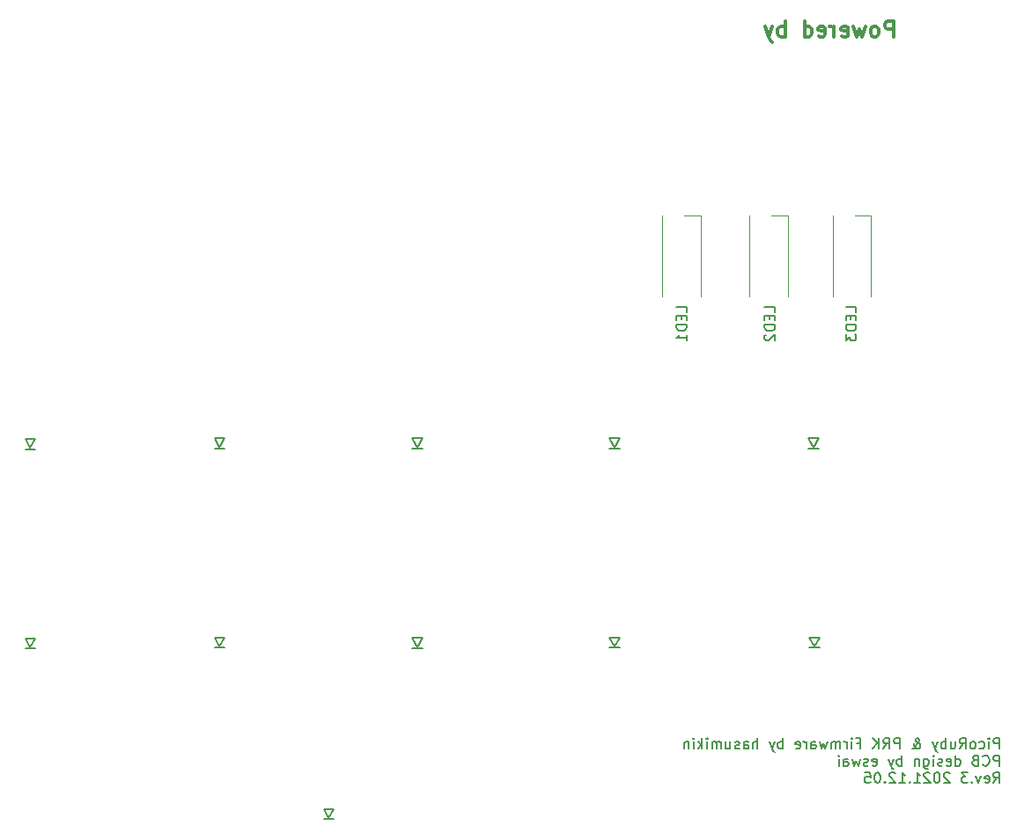
<source format=gbr>
%TF.GenerationSoftware,KiCad,Pcbnew,(5.1.12-1-10_14)*%
%TF.CreationDate,2021-12-05T15:19:09+09:00*%
%TF.ProjectId,PicoRubyMacroPad,5069636f-5275-4627-994d-6163726f5061,rev?*%
%TF.SameCoordinates,Original*%
%TF.FileFunction,Legend,Bot*%
%TF.FilePolarity,Positive*%
%FSLAX46Y46*%
G04 Gerber Fmt 4.6, Leading zero omitted, Abs format (unit mm)*
G04 Created by KiCad (PCBNEW (5.1.12-1-10_14)) date 2021-12-05 15:19:09*
%MOMM*%
%LPD*%
G01*
G04 APERTURE LIST*
%ADD10C,0.300000*%
%ADD11C,0.150000*%
%ADD12C,0.120000*%
G04 APERTURE END LIST*
D10*
X160207142Y-46878571D02*
X160207142Y-45378571D01*
X159635714Y-45378571D01*
X159492857Y-45450000D01*
X159421428Y-45521428D01*
X159350000Y-45664285D01*
X159350000Y-45878571D01*
X159421428Y-46021428D01*
X159492857Y-46092857D01*
X159635714Y-46164285D01*
X160207142Y-46164285D01*
X158492857Y-46878571D02*
X158635714Y-46807142D01*
X158707142Y-46735714D01*
X158778571Y-46592857D01*
X158778571Y-46164285D01*
X158707142Y-46021428D01*
X158635714Y-45950000D01*
X158492857Y-45878571D01*
X158278571Y-45878571D01*
X158135714Y-45950000D01*
X158064285Y-46021428D01*
X157992857Y-46164285D01*
X157992857Y-46592857D01*
X158064285Y-46735714D01*
X158135714Y-46807142D01*
X158278571Y-46878571D01*
X158492857Y-46878571D01*
X157492857Y-45878571D02*
X157207142Y-46878571D01*
X156921428Y-46164285D01*
X156635714Y-46878571D01*
X156350000Y-45878571D01*
X155207142Y-46807142D02*
X155350000Y-46878571D01*
X155635714Y-46878571D01*
X155778571Y-46807142D01*
X155850000Y-46664285D01*
X155850000Y-46092857D01*
X155778571Y-45950000D01*
X155635714Y-45878571D01*
X155350000Y-45878571D01*
X155207142Y-45950000D01*
X155135714Y-46092857D01*
X155135714Y-46235714D01*
X155850000Y-46378571D01*
X154492857Y-46878571D02*
X154492857Y-45878571D01*
X154492857Y-46164285D02*
X154421428Y-46021428D01*
X154350000Y-45950000D01*
X154207142Y-45878571D01*
X154064285Y-45878571D01*
X152992857Y-46807142D02*
X153135714Y-46878571D01*
X153421428Y-46878571D01*
X153564285Y-46807142D01*
X153635714Y-46664285D01*
X153635714Y-46092857D01*
X153564285Y-45950000D01*
X153421428Y-45878571D01*
X153135714Y-45878571D01*
X152992857Y-45950000D01*
X152921428Y-46092857D01*
X152921428Y-46235714D01*
X153635714Y-46378571D01*
X151635714Y-46878571D02*
X151635714Y-45378571D01*
X151635714Y-46807142D02*
X151778571Y-46878571D01*
X152064285Y-46878571D01*
X152207142Y-46807142D01*
X152278571Y-46735714D01*
X152350000Y-46592857D01*
X152350000Y-46164285D01*
X152278571Y-46021428D01*
X152207142Y-45950000D01*
X152064285Y-45878571D01*
X151778571Y-45878571D01*
X151635714Y-45950000D01*
X149778571Y-46878571D02*
X149778571Y-45378571D01*
X149778571Y-45950000D02*
X149635714Y-45878571D01*
X149350000Y-45878571D01*
X149207142Y-45950000D01*
X149135714Y-46021428D01*
X149064285Y-46164285D01*
X149064285Y-46592857D01*
X149135714Y-46735714D01*
X149207142Y-46807142D01*
X149350000Y-46878571D01*
X149635714Y-46878571D01*
X149778571Y-46807142D01*
X148564285Y-45878571D02*
X148207142Y-46878571D01*
X147850000Y-45878571D02*
X148207142Y-46878571D01*
X148350000Y-47235714D01*
X148421428Y-47307142D01*
X148564285Y-47378571D01*
D11*
X170364404Y-115402380D02*
X170364404Y-114402380D01*
X169983452Y-114402380D01*
X169888214Y-114450000D01*
X169840595Y-114497619D01*
X169792976Y-114592857D01*
X169792976Y-114735714D01*
X169840595Y-114830952D01*
X169888214Y-114878571D01*
X169983452Y-114926190D01*
X170364404Y-114926190D01*
X169364404Y-115402380D02*
X169364404Y-114735714D01*
X169364404Y-114402380D02*
X169412023Y-114450000D01*
X169364404Y-114497619D01*
X169316785Y-114450000D01*
X169364404Y-114402380D01*
X169364404Y-114497619D01*
X168459642Y-115354761D02*
X168554880Y-115402380D01*
X168745357Y-115402380D01*
X168840595Y-115354761D01*
X168888214Y-115307142D01*
X168935833Y-115211904D01*
X168935833Y-114926190D01*
X168888214Y-114830952D01*
X168840595Y-114783333D01*
X168745357Y-114735714D01*
X168554880Y-114735714D01*
X168459642Y-114783333D01*
X167888214Y-115402380D02*
X167983452Y-115354761D01*
X168031071Y-115307142D01*
X168078690Y-115211904D01*
X168078690Y-114926190D01*
X168031071Y-114830952D01*
X167983452Y-114783333D01*
X167888214Y-114735714D01*
X167745357Y-114735714D01*
X167650119Y-114783333D01*
X167602500Y-114830952D01*
X167554880Y-114926190D01*
X167554880Y-115211904D01*
X167602500Y-115307142D01*
X167650119Y-115354761D01*
X167745357Y-115402380D01*
X167888214Y-115402380D01*
X166554880Y-115402380D02*
X166888214Y-114926190D01*
X167126309Y-115402380D02*
X167126309Y-114402380D01*
X166745357Y-114402380D01*
X166650119Y-114450000D01*
X166602500Y-114497619D01*
X166554880Y-114592857D01*
X166554880Y-114735714D01*
X166602500Y-114830952D01*
X166650119Y-114878571D01*
X166745357Y-114926190D01*
X167126309Y-114926190D01*
X165697738Y-114735714D02*
X165697738Y-115402380D01*
X166126309Y-114735714D02*
X166126309Y-115259523D01*
X166078690Y-115354761D01*
X165983452Y-115402380D01*
X165840595Y-115402380D01*
X165745357Y-115354761D01*
X165697738Y-115307142D01*
X165221547Y-115402380D02*
X165221547Y-114402380D01*
X165221547Y-114783333D02*
X165126309Y-114735714D01*
X164935833Y-114735714D01*
X164840595Y-114783333D01*
X164792976Y-114830952D01*
X164745357Y-114926190D01*
X164745357Y-115211904D01*
X164792976Y-115307142D01*
X164840595Y-115354761D01*
X164935833Y-115402380D01*
X165126309Y-115402380D01*
X165221547Y-115354761D01*
X164412023Y-114735714D02*
X164173928Y-115402380D01*
X163935833Y-114735714D02*
X164173928Y-115402380D01*
X164269166Y-115640476D01*
X164316785Y-115688095D01*
X164412023Y-115735714D01*
X161983452Y-115402380D02*
X162031071Y-115402380D01*
X162126309Y-115354761D01*
X162269166Y-115211904D01*
X162507261Y-114926190D01*
X162602500Y-114783333D01*
X162650119Y-114640476D01*
X162650119Y-114545238D01*
X162602500Y-114450000D01*
X162507261Y-114402380D01*
X162459642Y-114402380D01*
X162364404Y-114450000D01*
X162316785Y-114545238D01*
X162316785Y-114592857D01*
X162364404Y-114688095D01*
X162412023Y-114735714D01*
X162697738Y-114926190D01*
X162745357Y-114973809D01*
X162792976Y-115069047D01*
X162792976Y-115211904D01*
X162745357Y-115307142D01*
X162697738Y-115354761D01*
X162602500Y-115402380D01*
X162459642Y-115402380D01*
X162364404Y-115354761D01*
X162316785Y-115307142D01*
X162173928Y-115116666D01*
X162126309Y-114973809D01*
X162126309Y-114878571D01*
X160792976Y-115402380D02*
X160792976Y-114402380D01*
X160412023Y-114402380D01*
X160316785Y-114450000D01*
X160269166Y-114497619D01*
X160221547Y-114592857D01*
X160221547Y-114735714D01*
X160269166Y-114830952D01*
X160316785Y-114878571D01*
X160412023Y-114926190D01*
X160792976Y-114926190D01*
X159221547Y-115402380D02*
X159554880Y-114926190D01*
X159792976Y-115402380D02*
X159792976Y-114402380D01*
X159412023Y-114402380D01*
X159316785Y-114450000D01*
X159269166Y-114497619D01*
X159221547Y-114592857D01*
X159221547Y-114735714D01*
X159269166Y-114830952D01*
X159316785Y-114878571D01*
X159412023Y-114926190D01*
X159792976Y-114926190D01*
X158792976Y-115402380D02*
X158792976Y-114402380D01*
X158221547Y-115402380D02*
X158650119Y-114830952D01*
X158221547Y-114402380D02*
X158792976Y-114973809D01*
X156697738Y-114878571D02*
X157031071Y-114878571D01*
X157031071Y-115402380D02*
X157031071Y-114402380D01*
X156554880Y-114402380D01*
X156173928Y-115402380D02*
X156173928Y-114735714D01*
X156173928Y-114402380D02*
X156221547Y-114450000D01*
X156173928Y-114497619D01*
X156126309Y-114450000D01*
X156173928Y-114402380D01*
X156173928Y-114497619D01*
X155697738Y-115402380D02*
X155697738Y-114735714D01*
X155697738Y-114926190D02*
X155650119Y-114830952D01*
X155602500Y-114783333D01*
X155507261Y-114735714D01*
X155412023Y-114735714D01*
X155078690Y-115402380D02*
X155078690Y-114735714D01*
X155078690Y-114830952D02*
X155031071Y-114783333D01*
X154935833Y-114735714D01*
X154792976Y-114735714D01*
X154697738Y-114783333D01*
X154650119Y-114878571D01*
X154650119Y-115402380D01*
X154650119Y-114878571D02*
X154602500Y-114783333D01*
X154507261Y-114735714D01*
X154364404Y-114735714D01*
X154269166Y-114783333D01*
X154221547Y-114878571D01*
X154221547Y-115402380D01*
X153840595Y-114735714D02*
X153650119Y-115402380D01*
X153459642Y-114926190D01*
X153269166Y-115402380D01*
X153078690Y-114735714D01*
X152269166Y-115402380D02*
X152269166Y-114878571D01*
X152316785Y-114783333D01*
X152412023Y-114735714D01*
X152602500Y-114735714D01*
X152697738Y-114783333D01*
X152269166Y-115354761D02*
X152364404Y-115402380D01*
X152602500Y-115402380D01*
X152697738Y-115354761D01*
X152745357Y-115259523D01*
X152745357Y-115164285D01*
X152697738Y-115069047D01*
X152602500Y-115021428D01*
X152364404Y-115021428D01*
X152269166Y-114973809D01*
X151792976Y-115402380D02*
X151792976Y-114735714D01*
X151792976Y-114926190D02*
X151745357Y-114830952D01*
X151697738Y-114783333D01*
X151602500Y-114735714D01*
X151507261Y-114735714D01*
X150792976Y-115354761D02*
X150888214Y-115402380D01*
X151078690Y-115402380D01*
X151173928Y-115354761D01*
X151221547Y-115259523D01*
X151221547Y-114878571D01*
X151173928Y-114783333D01*
X151078690Y-114735714D01*
X150888214Y-114735714D01*
X150792976Y-114783333D01*
X150745357Y-114878571D01*
X150745357Y-114973809D01*
X151221547Y-115069047D01*
X149554880Y-115402380D02*
X149554880Y-114402380D01*
X149554880Y-114783333D02*
X149459642Y-114735714D01*
X149269166Y-114735714D01*
X149173928Y-114783333D01*
X149126309Y-114830952D01*
X149078690Y-114926190D01*
X149078690Y-115211904D01*
X149126309Y-115307142D01*
X149173928Y-115354761D01*
X149269166Y-115402380D01*
X149459642Y-115402380D01*
X149554880Y-115354761D01*
X148745357Y-114735714D02*
X148507261Y-115402380D01*
X148269166Y-114735714D02*
X148507261Y-115402380D01*
X148602500Y-115640476D01*
X148650119Y-115688095D01*
X148745357Y-115735714D01*
X147126309Y-115402380D02*
X147126309Y-114402380D01*
X146697738Y-115402380D02*
X146697738Y-114878571D01*
X146745357Y-114783333D01*
X146840595Y-114735714D01*
X146983452Y-114735714D01*
X147078690Y-114783333D01*
X147126309Y-114830952D01*
X145792976Y-115402380D02*
X145792976Y-114878571D01*
X145840595Y-114783333D01*
X145935833Y-114735714D01*
X146126309Y-114735714D01*
X146221547Y-114783333D01*
X145792976Y-115354761D02*
X145888214Y-115402380D01*
X146126309Y-115402380D01*
X146221547Y-115354761D01*
X146269166Y-115259523D01*
X146269166Y-115164285D01*
X146221547Y-115069047D01*
X146126309Y-115021428D01*
X145888214Y-115021428D01*
X145792976Y-114973809D01*
X145364404Y-115354761D02*
X145269166Y-115402380D01*
X145078690Y-115402380D01*
X144983452Y-115354761D01*
X144935833Y-115259523D01*
X144935833Y-115211904D01*
X144983452Y-115116666D01*
X145078690Y-115069047D01*
X145221547Y-115069047D01*
X145316785Y-115021428D01*
X145364404Y-114926190D01*
X145364404Y-114878571D01*
X145316785Y-114783333D01*
X145221547Y-114735714D01*
X145078690Y-114735714D01*
X144983452Y-114783333D01*
X144078690Y-114735714D02*
X144078690Y-115402380D01*
X144507261Y-114735714D02*
X144507261Y-115259523D01*
X144459642Y-115354761D01*
X144364404Y-115402380D01*
X144221547Y-115402380D01*
X144126309Y-115354761D01*
X144078690Y-115307142D01*
X143602500Y-115402380D02*
X143602500Y-114735714D01*
X143602500Y-114830952D02*
X143554880Y-114783333D01*
X143459642Y-114735714D01*
X143316785Y-114735714D01*
X143221547Y-114783333D01*
X143173928Y-114878571D01*
X143173928Y-115402380D01*
X143173928Y-114878571D02*
X143126309Y-114783333D01*
X143031071Y-114735714D01*
X142888214Y-114735714D01*
X142792976Y-114783333D01*
X142745357Y-114878571D01*
X142745357Y-115402380D01*
X142269166Y-115402380D02*
X142269166Y-114735714D01*
X142269166Y-114402380D02*
X142316785Y-114450000D01*
X142269166Y-114497619D01*
X142221547Y-114450000D01*
X142269166Y-114402380D01*
X142269166Y-114497619D01*
X141792976Y-115402380D02*
X141792976Y-114402380D01*
X141697738Y-115021428D02*
X141412023Y-115402380D01*
X141412023Y-114735714D02*
X141792976Y-115116666D01*
X140983452Y-115402380D02*
X140983452Y-114735714D01*
X140983452Y-114402380D02*
X141031071Y-114450000D01*
X140983452Y-114497619D01*
X140935833Y-114450000D01*
X140983452Y-114402380D01*
X140983452Y-114497619D01*
X140507261Y-114735714D02*
X140507261Y-115402380D01*
X140507261Y-114830952D02*
X140459642Y-114783333D01*
X140364404Y-114735714D01*
X140221547Y-114735714D01*
X140126309Y-114783333D01*
X140078690Y-114878571D01*
X140078690Y-115402380D01*
X170364404Y-117052380D02*
X170364404Y-116052380D01*
X169983452Y-116052380D01*
X169888214Y-116100000D01*
X169840595Y-116147619D01*
X169792976Y-116242857D01*
X169792976Y-116385714D01*
X169840595Y-116480952D01*
X169888214Y-116528571D01*
X169983452Y-116576190D01*
X170364404Y-116576190D01*
X168792976Y-116957142D02*
X168840595Y-117004761D01*
X168983452Y-117052380D01*
X169078690Y-117052380D01*
X169221547Y-117004761D01*
X169316785Y-116909523D01*
X169364404Y-116814285D01*
X169412023Y-116623809D01*
X169412023Y-116480952D01*
X169364404Y-116290476D01*
X169316785Y-116195238D01*
X169221547Y-116100000D01*
X169078690Y-116052380D01*
X168983452Y-116052380D01*
X168840595Y-116100000D01*
X168792976Y-116147619D01*
X168031071Y-116528571D02*
X167888214Y-116576190D01*
X167840595Y-116623809D01*
X167792976Y-116719047D01*
X167792976Y-116861904D01*
X167840595Y-116957142D01*
X167888214Y-117004761D01*
X167983452Y-117052380D01*
X168364404Y-117052380D01*
X168364404Y-116052380D01*
X168031071Y-116052380D01*
X167935833Y-116100000D01*
X167888214Y-116147619D01*
X167840595Y-116242857D01*
X167840595Y-116338095D01*
X167888214Y-116433333D01*
X167935833Y-116480952D01*
X168031071Y-116528571D01*
X168364404Y-116528571D01*
X166173928Y-117052380D02*
X166173928Y-116052380D01*
X166173928Y-117004761D02*
X166269166Y-117052380D01*
X166459642Y-117052380D01*
X166554880Y-117004761D01*
X166602500Y-116957142D01*
X166650119Y-116861904D01*
X166650119Y-116576190D01*
X166602500Y-116480952D01*
X166554880Y-116433333D01*
X166459642Y-116385714D01*
X166269166Y-116385714D01*
X166173928Y-116433333D01*
X165316785Y-117004761D02*
X165412023Y-117052380D01*
X165602500Y-117052380D01*
X165697738Y-117004761D01*
X165745357Y-116909523D01*
X165745357Y-116528571D01*
X165697738Y-116433333D01*
X165602500Y-116385714D01*
X165412023Y-116385714D01*
X165316785Y-116433333D01*
X165269166Y-116528571D01*
X165269166Y-116623809D01*
X165745357Y-116719047D01*
X164888214Y-117004761D02*
X164792976Y-117052380D01*
X164602500Y-117052380D01*
X164507261Y-117004761D01*
X164459642Y-116909523D01*
X164459642Y-116861904D01*
X164507261Y-116766666D01*
X164602500Y-116719047D01*
X164745357Y-116719047D01*
X164840595Y-116671428D01*
X164888214Y-116576190D01*
X164888214Y-116528571D01*
X164840595Y-116433333D01*
X164745357Y-116385714D01*
X164602500Y-116385714D01*
X164507261Y-116433333D01*
X164031071Y-117052380D02*
X164031071Y-116385714D01*
X164031071Y-116052380D02*
X164078690Y-116100000D01*
X164031071Y-116147619D01*
X163983452Y-116100000D01*
X164031071Y-116052380D01*
X164031071Y-116147619D01*
X163126309Y-116385714D02*
X163126309Y-117195238D01*
X163173928Y-117290476D01*
X163221547Y-117338095D01*
X163316785Y-117385714D01*
X163459642Y-117385714D01*
X163554880Y-117338095D01*
X163126309Y-117004761D02*
X163221547Y-117052380D01*
X163412023Y-117052380D01*
X163507261Y-117004761D01*
X163554880Y-116957142D01*
X163602500Y-116861904D01*
X163602500Y-116576190D01*
X163554880Y-116480952D01*
X163507261Y-116433333D01*
X163412023Y-116385714D01*
X163221547Y-116385714D01*
X163126309Y-116433333D01*
X162650119Y-116385714D02*
X162650119Y-117052380D01*
X162650119Y-116480952D02*
X162602500Y-116433333D01*
X162507261Y-116385714D01*
X162364404Y-116385714D01*
X162269166Y-116433333D01*
X162221547Y-116528571D01*
X162221547Y-117052380D01*
X160983452Y-117052380D02*
X160983452Y-116052380D01*
X160983452Y-116433333D02*
X160888214Y-116385714D01*
X160697738Y-116385714D01*
X160602500Y-116433333D01*
X160554880Y-116480952D01*
X160507261Y-116576190D01*
X160507261Y-116861904D01*
X160554880Y-116957142D01*
X160602500Y-117004761D01*
X160697738Y-117052380D01*
X160888214Y-117052380D01*
X160983452Y-117004761D01*
X160173928Y-116385714D02*
X159935833Y-117052380D01*
X159697738Y-116385714D02*
X159935833Y-117052380D01*
X160031071Y-117290476D01*
X160078690Y-117338095D01*
X160173928Y-117385714D01*
X158173928Y-117004761D02*
X158269166Y-117052380D01*
X158459642Y-117052380D01*
X158554880Y-117004761D01*
X158602500Y-116909523D01*
X158602500Y-116528571D01*
X158554880Y-116433333D01*
X158459642Y-116385714D01*
X158269166Y-116385714D01*
X158173928Y-116433333D01*
X158126309Y-116528571D01*
X158126309Y-116623809D01*
X158602500Y-116719047D01*
X157745357Y-117004761D02*
X157650119Y-117052380D01*
X157459642Y-117052380D01*
X157364404Y-117004761D01*
X157316785Y-116909523D01*
X157316785Y-116861904D01*
X157364404Y-116766666D01*
X157459642Y-116719047D01*
X157602500Y-116719047D01*
X157697738Y-116671428D01*
X157745357Y-116576190D01*
X157745357Y-116528571D01*
X157697738Y-116433333D01*
X157602500Y-116385714D01*
X157459642Y-116385714D01*
X157364404Y-116433333D01*
X156983452Y-116385714D02*
X156792976Y-117052380D01*
X156602500Y-116576190D01*
X156412023Y-117052380D01*
X156221547Y-116385714D01*
X155412023Y-117052380D02*
X155412023Y-116528571D01*
X155459642Y-116433333D01*
X155554880Y-116385714D01*
X155745357Y-116385714D01*
X155840595Y-116433333D01*
X155412023Y-117004761D02*
X155507261Y-117052380D01*
X155745357Y-117052380D01*
X155840595Y-117004761D01*
X155888214Y-116909523D01*
X155888214Y-116814285D01*
X155840595Y-116719047D01*
X155745357Y-116671428D01*
X155507261Y-116671428D01*
X155412023Y-116623809D01*
X154935833Y-117052380D02*
X154935833Y-116385714D01*
X154935833Y-116052380D02*
X154983452Y-116100000D01*
X154935833Y-116147619D01*
X154888214Y-116100000D01*
X154935833Y-116052380D01*
X154935833Y-116147619D01*
X169792976Y-118702380D02*
X170126309Y-118226190D01*
X170364404Y-118702380D02*
X170364404Y-117702380D01*
X169983452Y-117702380D01*
X169888214Y-117750000D01*
X169840595Y-117797619D01*
X169792976Y-117892857D01*
X169792976Y-118035714D01*
X169840595Y-118130952D01*
X169888214Y-118178571D01*
X169983452Y-118226190D01*
X170364404Y-118226190D01*
X168983452Y-118654761D02*
X169078690Y-118702380D01*
X169269166Y-118702380D01*
X169364404Y-118654761D01*
X169412023Y-118559523D01*
X169412023Y-118178571D01*
X169364404Y-118083333D01*
X169269166Y-118035714D01*
X169078690Y-118035714D01*
X168983452Y-118083333D01*
X168935833Y-118178571D01*
X168935833Y-118273809D01*
X169412023Y-118369047D01*
X168602500Y-118035714D02*
X168364404Y-118702380D01*
X168126309Y-118035714D01*
X167745357Y-118607142D02*
X167697738Y-118654761D01*
X167745357Y-118702380D01*
X167792976Y-118654761D01*
X167745357Y-118607142D01*
X167745357Y-118702380D01*
X167364404Y-117702380D02*
X166745357Y-117702380D01*
X167078690Y-118083333D01*
X166935833Y-118083333D01*
X166840595Y-118130952D01*
X166792976Y-118178571D01*
X166745357Y-118273809D01*
X166745357Y-118511904D01*
X166792976Y-118607142D01*
X166840595Y-118654761D01*
X166935833Y-118702380D01*
X167221547Y-118702380D01*
X167316785Y-118654761D01*
X167364404Y-118607142D01*
X165602500Y-117797619D02*
X165554880Y-117750000D01*
X165459642Y-117702380D01*
X165221547Y-117702380D01*
X165126309Y-117750000D01*
X165078690Y-117797619D01*
X165031071Y-117892857D01*
X165031071Y-117988095D01*
X165078690Y-118130952D01*
X165650119Y-118702380D01*
X165031071Y-118702380D01*
X164412023Y-117702380D02*
X164316785Y-117702380D01*
X164221547Y-117750000D01*
X164173928Y-117797619D01*
X164126309Y-117892857D01*
X164078690Y-118083333D01*
X164078690Y-118321428D01*
X164126309Y-118511904D01*
X164173928Y-118607142D01*
X164221547Y-118654761D01*
X164316785Y-118702380D01*
X164412023Y-118702380D01*
X164507261Y-118654761D01*
X164554880Y-118607142D01*
X164602500Y-118511904D01*
X164650119Y-118321428D01*
X164650119Y-118083333D01*
X164602500Y-117892857D01*
X164554880Y-117797619D01*
X164507261Y-117750000D01*
X164412023Y-117702380D01*
X163697738Y-117797619D02*
X163650119Y-117750000D01*
X163554880Y-117702380D01*
X163316785Y-117702380D01*
X163221547Y-117750000D01*
X163173928Y-117797619D01*
X163126309Y-117892857D01*
X163126309Y-117988095D01*
X163173928Y-118130952D01*
X163745357Y-118702380D01*
X163126309Y-118702380D01*
X162173928Y-118702380D02*
X162745357Y-118702380D01*
X162459642Y-118702380D02*
X162459642Y-117702380D01*
X162554880Y-117845238D01*
X162650119Y-117940476D01*
X162745357Y-117988095D01*
X161745357Y-118607142D02*
X161697738Y-118654761D01*
X161745357Y-118702380D01*
X161792976Y-118654761D01*
X161745357Y-118607142D01*
X161745357Y-118702380D01*
X160745357Y-118702380D02*
X161316785Y-118702380D01*
X161031071Y-118702380D02*
X161031071Y-117702380D01*
X161126309Y-117845238D01*
X161221547Y-117940476D01*
X161316785Y-117988095D01*
X160364404Y-117797619D02*
X160316785Y-117750000D01*
X160221547Y-117702380D01*
X159983452Y-117702380D01*
X159888214Y-117750000D01*
X159840595Y-117797619D01*
X159792976Y-117892857D01*
X159792976Y-117988095D01*
X159840595Y-118130952D01*
X160412023Y-118702380D01*
X159792976Y-118702380D01*
X159364404Y-118607142D02*
X159316785Y-118654761D01*
X159364404Y-118702380D01*
X159412023Y-118654761D01*
X159364404Y-118607142D01*
X159364404Y-118702380D01*
X158697738Y-117702380D02*
X158602500Y-117702380D01*
X158507261Y-117750000D01*
X158459642Y-117797619D01*
X158412023Y-117892857D01*
X158364404Y-118083333D01*
X158364404Y-118321428D01*
X158412023Y-118511904D01*
X158459642Y-118607142D01*
X158507261Y-118654761D01*
X158602500Y-118702380D01*
X158697738Y-118702380D01*
X158792976Y-118654761D01*
X158840595Y-118607142D01*
X158888214Y-118511904D01*
X158935833Y-118321428D01*
X158935833Y-118083333D01*
X158888214Y-117892857D01*
X158840595Y-117797619D01*
X158792976Y-117750000D01*
X158697738Y-117702380D01*
X157459642Y-117702380D02*
X157935833Y-117702380D01*
X157983452Y-118178571D01*
X157935833Y-118130952D01*
X157840595Y-118083333D01*
X157602500Y-118083333D01*
X157507261Y-118130952D01*
X157459642Y-118178571D01*
X157412023Y-118273809D01*
X157412023Y-118511904D01*
X157459642Y-118607142D01*
X157507261Y-118654761D01*
X157602500Y-118702380D01*
X157840595Y-118702380D01*
X157935833Y-118654761D01*
X157983452Y-118607142D01*
%TO.C,D11*%
X106400000Y-122200000D02*
X105400000Y-122200000D01*
X105400000Y-121200000D02*
X105900000Y-122100000D01*
X106400000Y-121200000D02*
X105400000Y-121200000D01*
X105900000Y-122100000D02*
X106400000Y-121200000D01*
%TO.C,D10*%
X153100000Y-105700000D02*
X152100000Y-105700000D01*
X152100000Y-104700000D02*
X152600000Y-105600000D01*
X153100000Y-104700000D02*
X152100000Y-104700000D01*
X152600000Y-105600000D02*
X153100000Y-104700000D01*
%TO.C,D9*%
X133900000Y-105700000D02*
X132900000Y-105700000D01*
X132900000Y-104700000D02*
X133400000Y-105600000D01*
X133900000Y-104700000D02*
X132900000Y-104700000D01*
X133400000Y-105600000D02*
X133900000Y-104700000D01*
%TO.C,D8*%
X114900000Y-105725000D02*
X113900000Y-105725000D01*
X113900000Y-104725000D02*
X114400000Y-105625000D01*
X114900000Y-104725000D02*
X113900000Y-104725000D01*
X114400000Y-105625000D02*
X114900000Y-104725000D01*
%TO.C,D7*%
X95900000Y-105700000D02*
X94900000Y-105700000D01*
X94900000Y-104700000D02*
X95400000Y-105600000D01*
X95900000Y-104700000D02*
X94900000Y-104700000D01*
X95400000Y-105600000D02*
X95900000Y-104700000D01*
%TO.C,D6*%
X77700000Y-105775000D02*
X76700000Y-105775000D01*
X76700000Y-104775000D02*
X77200000Y-105675000D01*
X77700000Y-104775000D02*
X76700000Y-104775000D01*
X77200000Y-105675000D02*
X77700000Y-104775000D01*
%TO.C,D5*%
X153000000Y-86500000D02*
X152000000Y-86500000D01*
X152000000Y-85500000D02*
X152500000Y-86400000D01*
X153000000Y-85500000D02*
X152000000Y-85500000D01*
X152500000Y-86400000D02*
X153000000Y-85500000D01*
%TO.C,D4*%
X133900000Y-86500000D02*
X132900000Y-86500000D01*
X132900000Y-85500000D02*
X133400000Y-86400000D01*
X133900000Y-85500000D02*
X132900000Y-85500000D01*
X133400000Y-86400000D02*
X133900000Y-85500000D01*
%TO.C,D3*%
X114900000Y-86500000D02*
X113900000Y-86500000D01*
X113900000Y-85500000D02*
X114400000Y-86400000D01*
X114900000Y-85500000D02*
X113900000Y-85500000D01*
X114400000Y-86400000D02*
X114900000Y-85500000D01*
%TO.C,D2*%
X95900000Y-86500000D02*
X94900000Y-86500000D01*
X94900000Y-85500000D02*
X95400000Y-86400000D01*
X95900000Y-85500000D02*
X94900000Y-85500000D01*
X95400000Y-86400000D02*
X95900000Y-85500000D01*
%TO.C,D1*%
X77700000Y-86575000D02*
X76700000Y-86575000D01*
X76700000Y-85575000D02*
X77200000Y-86475000D01*
X77700000Y-85575000D02*
X76700000Y-85575000D01*
X77200000Y-86475000D02*
X77700000Y-85575000D01*
D12*
%TO.C,LED3*%
X156450000Y-64050000D02*
X158050000Y-64050000D01*
X154350000Y-71850000D02*
X154350000Y-64050000D01*
X158050000Y-64050000D02*
X158050000Y-71850000D01*
%TO.C,LED2*%
X148450000Y-64050000D02*
X150050000Y-64050000D01*
X146350000Y-71850000D02*
X146350000Y-64050000D01*
X150050000Y-64050000D02*
X150050000Y-71850000D01*
%TO.C,LED1*%
X140050000Y-64050000D02*
X141650000Y-64050000D01*
X137950000Y-71850000D02*
X137950000Y-64050000D01*
X141650000Y-64050000D02*
X141650000Y-71850000D01*
%TO.C,LED3*%
D11*
X156602380Y-73380952D02*
X156602380Y-72904761D01*
X155602380Y-72904761D01*
X156078571Y-73714285D02*
X156078571Y-74047619D01*
X156602380Y-74190476D02*
X156602380Y-73714285D01*
X155602380Y-73714285D01*
X155602380Y-74190476D01*
X156602380Y-74619047D02*
X155602380Y-74619047D01*
X155602380Y-74857142D01*
X155650000Y-75000000D01*
X155745238Y-75095238D01*
X155840476Y-75142857D01*
X156030952Y-75190476D01*
X156173809Y-75190476D01*
X156364285Y-75142857D01*
X156459523Y-75095238D01*
X156554761Y-75000000D01*
X156602380Y-74857142D01*
X156602380Y-74619047D01*
X155602380Y-75523809D02*
X155602380Y-76142857D01*
X155983333Y-75809523D01*
X155983333Y-75952380D01*
X156030952Y-76047619D01*
X156078571Y-76095238D01*
X156173809Y-76142857D01*
X156411904Y-76142857D01*
X156507142Y-76095238D01*
X156554761Y-76047619D01*
X156602380Y-75952380D01*
X156602380Y-75666666D01*
X156554761Y-75571428D01*
X156507142Y-75523809D01*
%TO.C,LED2*%
X148802380Y-73380952D02*
X148802380Y-72904761D01*
X147802380Y-72904761D01*
X148278571Y-73714285D02*
X148278571Y-74047619D01*
X148802380Y-74190476D02*
X148802380Y-73714285D01*
X147802380Y-73714285D01*
X147802380Y-74190476D01*
X148802380Y-74619047D02*
X147802380Y-74619047D01*
X147802380Y-74857142D01*
X147850000Y-75000000D01*
X147945238Y-75095238D01*
X148040476Y-75142857D01*
X148230952Y-75190476D01*
X148373809Y-75190476D01*
X148564285Y-75142857D01*
X148659523Y-75095238D01*
X148754761Y-75000000D01*
X148802380Y-74857142D01*
X148802380Y-74619047D01*
X147897619Y-75571428D02*
X147850000Y-75619047D01*
X147802380Y-75714285D01*
X147802380Y-75952380D01*
X147850000Y-76047619D01*
X147897619Y-76095238D01*
X147992857Y-76142857D01*
X148088095Y-76142857D01*
X148230952Y-76095238D01*
X148802380Y-75523809D01*
X148802380Y-76142857D01*
%TO.C,LED1*%
X140302380Y-73380952D02*
X140302380Y-72904761D01*
X139302380Y-72904761D01*
X139778571Y-73714285D02*
X139778571Y-74047619D01*
X140302380Y-74190476D02*
X140302380Y-73714285D01*
X139302380Y-73714285D01*
X139302380Y-74190476D01*
X140302380Y-74619047D02*
X139302380Y-74619047D01*
X139302380Y-74857142D01*
X139350000Y-75000000D01*
X139445238Y-75095238D01*
X139540476Y-75142857D01*
X139730952Y-75190476D01*
X139873809Y-75190476D01*
X140064285Y-75142857D01*
X140159523Y-75095238D01*
X140254761Y-75000000D01*
X140302380Y-74857142D01*
X140302380Y-74619047D01*
X140302380Y-76142857D02*
X140302380Y-75571428D01*
X140302380Y-75857142D02*
X139302380Y-75857142D01*
X139445238Y-75761904D01*
X139540476Y-75666666D01*
X139588095Y-75571428D01*
%TD*%
M02*

</source>
